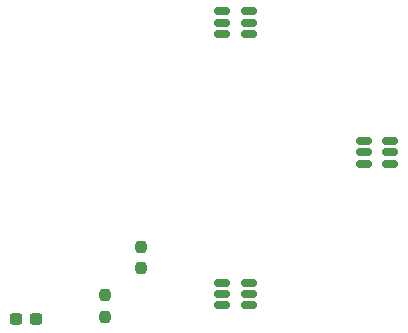
<source format=gtp>
%TF.GenerationSoftware,KiCad,Pcbnew,6.0.5*%
%TF.CreationDate,2022-08-02T09:40:57-05:00*%
%TF.ProjectId,TLE493d-W2B6-board,544c4534-3933-4642-9d57-3242362d626f,rev?*%
%TF.SameCoordinates,Original*%
%TF.FileFunction,Paste,Top*%
%TF.FilePolarity,Positive*%
%FSLAX46Y46*%
G04 Gerber Fmt 4.6, Leading zero omitted, Abs format (unit mm)*
G04 Created by KiCad (PCBNEW 6.0.5) date 2022-08-02 09:40:57*
%MOMM*%
%LPD*%
G01*
G04 APERTURE LIST*
G04 Aperture macros list*
%AMRoundRect*
0 Rectangle with rounded corners*
0 $1 Rounding radius*
0 $2 $3 $4 $5 $6 $7 $8 $9 X,Y pos of 4 corners*
0 Add a 4 corners polygon primitive as box body*
4,1,4,$2,$3,$4,$5,$6,$7,$8,$9,$2,$3,0*
0 Add four circle primitives for the rounded corners*
1,1,$1+$1,$2,$3*
1,1,$1+$1,$4,$5*
1,1,$1+$1,$6,$7*
1,1,$1+$1,$8,$9*
0 Add four rect primitives between the rounded corners*
20,1,$1+$1,$2,$3,$4,$5,0*
20,1,$1+$1,$4,$5,$6,$7,0*
20,1,$1+$1,$6,$7,$8,$9,0*
20,1,$1+$1,$8,$9,$2,$3,0*%
G04 Aperture macros list end*
%ADD10RoundRect,0.150000X-0.512500X-0.150000X0.512500X-0.150000X0.512500X0.150000X-0.512500X0.150000X0*%
%ADD11RoundRect,0.237500X-0.237500X0.250000X-0.237500X-0.250000X0.237500X-0.250000X0.237500X0.250000X0*%
%ADD12RoundRect,0.237500X0.237500X-0.250000X0.237500X0.250000X-0.237500X0.250000X-0.237500X-0.250000X0*%
%ADD13RoundRect,0.237500X0.300000X0.237500X-0.300000X0.237500X-0.300000X-0.237500X0.300000X-0.237500X0*%
G04 APERTURE END LIST*
D10*
%TO.C,U3*%
X130862500Y-78050000D03*
X130862500Y-79000000D03*
X130862500Y-79950000D03*
X133137500Y-79950000D03*
X133137500Y-79000000D03*
X133137500Y-78050000D03*
%TD*%
D11*
%TO.C,R1*%
X121000000Y-102087500D03*
X121000000Y-103912500D03*
%TD*%
D12*
%TO.C,R2*%
X124000000Y-99825000D03*
X124000000Y-98000000D03*
%TD*%
D10*
%TO.C,U1*%
X142862500Y-89050000D03*
X142862500Y-90000000D03*
X142862500Y-90950000D03*
X145137500Y-90950000D03*
X145137500Y-90000000D03*
X145137500Y-89050000D03*
%TD*%
%TO.C,U2*%
X130862500Y-101050000D03*
X130862500Y-102000000D03*
X130862500Y-102950000D03*
X133137500Y-102950000D03*
X133137500Y-102000000D03*
X133137500Y-101050000D03*
%TD*%
D13*
%TO.C,C1*%
X115162500Y-104140000D03*
X113437500Y-104140000D03*
%TD*%
M02*

</source>
